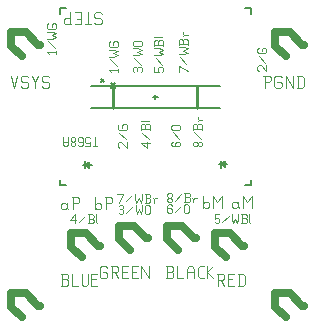
<source format=gbr>
G04 start of page 10 for group -4079 idx -4079 *
G04 Title: (unknown), topsilk *
G04 Creator: pcb 4.2.0 *
G04 CreationDate: Wed Sep 23 11:56:37 2020 UTC *
G04 For: commonadmin *
G04 Format: Gerber/RS-274X *
G04 PCB-Dimensions (mil): 1250.00 1500.00 *
G04 PCB-Coordinate-Origin: lower left *
%MOIN*%
%FSLAX25Y25*%
%LNTOPSILK*%
%ADD108C,0.0100*%
%ADD107C,0.0250*%
%ADD106C,0.0040*%
%ADD105C,0.0030*%
%ADD104C,0.0060*%
G54D104*X51204Y98043D02*X49629Y96469D01*
X51204D02*X49629Y98043D01*
G54D105*X79736Y77000D02*X80111Y77375D01*
X79136Y77000D02*X79736D01*
X79136D02*X78611Y77525D01*
Y77975D02*Y77525D01*
Y77975D02*X79136Y78500D01*
X79736D01*
X80111Y78125D02*X79736Y78500D01*
X80111Y78125D02*Y77375D01*
X78086Y77000D02*X78611Y77525D01*
X77486Y77000D02*X78086D01*
X77486D02*X77111Y77375D01*
Y78125D02*Y77375D01*
Y78125D02*X77486Y78500D01*
X78086D01*
X78611Y77975D02*X78086Y78500D01*
X79736Y79400D02*X77486Y81650D01*
X80111Y84050D02*Y82550D01*
Y84050D02*X79736Y84425D01*
X78836D02*X79736D01*
X78461Y84050D02*X78836Y84425D01*
X78461Y84050D02*Y82925D01*
X77111D02*X80111D01*
X77111Y84050D02*Y82550D01*
Y84050D02*X77486Y84425D01*
X78086D01*
X78461Y84050D02*X78086Y84425D01*
X78986Y85700D02*X80111D01*
X78986D02*X78611Y86075D01*
Y86825D02*Y86075D01*
Y85325D02*X78986Y85700D01*
X75230Y102218D02*X72230Y103718D01*
Y101843D01*
X74855Y104618D02*X72605Y106868D01*
X72230Y107768D02*X73730D01*
X75230Y108143D01*
X73730Y108893D01*
X75230Y109643D01*
X73730Y110018D01*
X72230D02*X73730D01*
X75230Y112418D02*Y110918D01*
Y112418D02*X74855Y112793D01*
X73955D02*X74855D01*
X73580Y112418D02*X73955Y112793D01*
X73580Y112418D02*Y111293D01*
X72230D02*X75230D01*
X72230Y112418D02*Y110918D01*
Y112418D02*X72605Y112793D01*
X73205D01*
X73580Y112418D02*X73205Y112793D01*
X74105Y114068D02*X75230D01*
X74105D02*X73730Y114443D01*
Y115193D02*Y114443D01*
Y113693D02*X74105Y114068D01*
X69848Y78125D02*X70223Y78500D01*
X69848Y78125D02*Y77375D01*
X70223Y77000D02*X69848Y77375D01*
X70223Y77000D02*X72473D01*
X72848Y77375D01*
X71198Y78125D02*X71573Y78500D01*
X71198Y78125D02*Y77000D01*
X72848Y78125D02*Y77375D01*
Y78125D02*X72473Y78500D01*
X71573D02*X72473D01*
Y79400D02*X70223Y81650D01*
Y82550D02*X72473D01*
X70223D02*X69848Y82925D01*
Y83675D02*Y82925D01*
Y83675D02*X70223Y84050D01*
X72473D01*
X72848Y83675D02*X72473Y84050D01*
X72848Y83675D02*Y82925D01*
X72473Y82550D02*X72848Y82925D01*
X64178Y103343D02*Y101843D01*
X65678D01*
X65303Y102218D01*
Y102968D02*Y102218D01*
Y102968D02*X65678Y103343D01*
X66803D01*
X67178Y102968D02*X66803Y103343D01*
X67178Y102968D02*Y102218D01*
X66803Y101843D02*X67178Y102218D01*
X66803Y104243D02*X64553Y106493D01*
X64178Y107393D02*X65678D01*
X67178Y107768D01*
X65678Y108518D01*
X67178Y109268D01*
X65678Y109643D01*
X64178D02*X65678D01*
X67178Y112043D02*Y110543D01*
Y112043D02*X66803Y112418D01*
X65903D02*X66803D01*
X65528Y112043D02*X65903Y112418D01*
X65528Y112043D02*Y110918D01*
X64178D02*X67178D01*
X64178Y112043D02*Y110543D01*
Y112043D02*X64553Y112418D01*
X65153D01*
X65528Y112043D02*X65153Y112418D01*
X64178Y113318D02*X66803D01*
X67178Y113693D01*
X61565Y76606D02*X59690Y78106D01*
X61565Y78481D02*Y76606D01*
X59690Y78106D02*X62690D01*
X62315Y79381D02*X60065Y81631D01*
X62690Y84031D02*Y82531D01*
Y84031D02*X62315Y84406D01*
X61415D02*X62315D01*
X61040Y84031D02*X61415Y84406D01*
X61040Y84031D02*Y82906D01*
X59690D02*X62690D01*
X59690Y84031D02*Y82531D01*
Y84031D02*X60065Y84406D01*
X60665D01*
X61040Y84031D02*X60665Y84406D01*
X59690Y85306D02*X62315D01*
X62690Y85681D01*
X57290Y101843D02*X56915Y102218D01*
Y102968D02*Y102218D01*
Y102968D02*X57290Y103343D01*
X59915Y102968D02*X59540Y103343D01*
X59915Y102968D02*Y102218D01*
X59540Y101843D02*X59915Y102218D01*
X58265Y102968D02*Y102218D01*
X57290Y103343D02*X57890D01*
X58640D02*X59540D01*
X58640D02*X58265Y102968D01*
X57890Y103343D02*X58265Y102968D01*
X59540Y104243D02*X57290Y106493D01*
X56915Y107393D02*X58415D01*
X59915Y107768D01*
X58415Y108518D01*
X59915Y109268D01*
X58415Y109643D01*
X56915D02*X58415D01*
X57290Y110543D02*X59540D01*
X57290D02*X56915Y110918D01*
Y111668D02*Y110918D01*
Y111668D02*X57290Y112043D01*
X59540D01*
X59915Y111668D02*X59540Y112043D01*
X59915Y111668D02*Y110918D01*
X59540Y110543D02*X59915Y110918D01*
X52408Y76606D02*X52033Y76981D01*
Y78106D02*Y76981D01*
Y78106D02*X52408Y78481D01*
X53158D01*
X55033Y76606D02*X53158Y78481D01*
X55033D02*Y76606D01*
X54658Y79381D02*X52408Y81631D01*
X52033Y84031D02*X52408Y84406D01*
X52033Y84031D02*Y82906D01*
X52408Y82531D02*X52033Y82906D01*
X52408Y82531D02*X54658D01*
X55033Y82906D01*
Y84031D02*Y82906D01*
Y84031D02*X54658Y84406D01*
X53908D02*X54658D01*
X53533Y84031D02*X53908Y84406D01*
X53533Y84031D02*Y83281D01*
X49562Y101783D02*X48962Y102383D01*
X51962D01*
Y102908D02*Y101783D01*
X51587Y103808D02*X49337Y106058D01*
X48962Y106958D02*X50462D01*
X51962Y107333D01*
X50462Y108083D01*
X51962Y108833D01*
X50462Y109208D01*
X48962D02*X50462D01*
X48962Y111608D02*X49337Y111983D01*
X48962Y111608D02*Y110483D01*
X49337Y110108D02*X48962Y110483D01*
X49337Y110108D02*X51587D01*
X51962Y110483D01*
Y111608D02*Y110483D01*
Y111608D02*X51587Y111983D01*
X50837D02*X51587D01*
X50462Y111608D02*X50837Y111983D01*
X50462Y111608D02*Y110858D01*
X43543Y77100D02*X45043D01*
X44293Y80100D02*Y77100D01*
X41143D02*X42643D01*
Y78600D02*Y77100D01*
Y78600D02*X42268Y78225D01*
X41518D02*X42268D01*
X41518D02*X41143Y78600D01*
Y79725D02*Y78600D01*
X41518Y80100D02*X41143Y79725D01*
X41518Y80100D02*X42268D01*
X42643Y79725D02*X42268Y80100D01*
X39118Y77100D02*X38743Y77475D01*
X39118Y77100D02*X39868D01*
X40243Y77475D02*X39868Y77100D01*
X40243Y79725D02*Y77475D01*
Y79725D02*X39868Y80100D01*
X39118Y78450D02*X38743Y78825D01*
X39118Y78450D02*X40243D01*
X39118Y80100D02*X39868D01*
X39118D02*X38743Y79725D01*
Y78825D01*
X37843Y79725D02*X37468Y80100D01*
X37843Y79725D02*Y79125D01*
X37318Y78600D01*
X36868D02*X37318D01*
X36868D02*X36343Y79125D01*
Y79725D02*Y79125D01*
X36718Y80100D02*X36343Y79725D01*
X36718Y80100D02*X37468D01*
X37843Y78075D02*X37318Y78600D01*
X37843Y78075D02*Y77475D01*
X37468Y77100D01*
X36718D02*X37468D01*
X36718D02*X36343Y77475D01*
Y78075D02*Y77475D01*
X36868Y78600D02*X36343Y78075D01*
X35443Y80100D02*Y77850D01*
X34918Y77100D01*
X34093D02*X34918D01*
X34093D02*X33568Y77850D01*
Y80100D02*Y77850D01*
Y78600D02*X35443D01*
X29062Y107783D02*X28462Y108383D01*
X31462D01*
Y108908D02*Y107783D01*
X31087Y109808D02*X28837Y112058D01*
X28462Y112958D02*X29962D01*
X31462Y113333D01*
X29962Y114083D01*
X31462Y114833D01*
X29962Y115208D01*
X28462D02*X29962D01*
X28462Y117608D02*X28837Y117983D01*
X28462Y117608D02*Y116483D01*
X28837Y116108D02*X28462Y116483D01*
X28837Y116108D02*X31087D01*
X31462Y116483D01*
Y117608D02*Y116483D01*
Y117608D02*X31087Y117983D01*
X30337D02*X31087D01*
X29962Y117608D02*X30337Y117983D01*
X29962Y117608D02*Y116858D01*
X98908Y102106D02*X98533Y102481D01*
Y103606D02*Y102481D01*
Y103606D02*X98908Y103981D01*
X99658D01*
X101533Y102106D02*X99658Y103981D01*
X101533D02*Y102106D01*
X101158Y104881D02*X98908Y107131D01*
X98533Y109531D02*X98908Y109906D01*
X98533Y109531D02*Y108406D01*
X98908Y108031D02*X98533Y108406D01*
X98908Y108031D02*X101158D01*
X101533Y108406D01*
Y109531D02*Y108406D01*
Y109531D02*X101158Y109906D01*
X100408D02*X101158D01*
X100033Y109531D02*X100408Y109906D01*
X100033Y109531D02*Y108781D01*
X36106Y52435D02*X37606Y54310D01*
X36106Y52435D02*X37981D01*
X37606Y54310D02*Y51310D01*
X38881Y51685D02*X41131Y53935D01*
X42031Y51310D02*X43531D01*
X43906Y51685D01*
Y52585D02*Y51685D01*
X43531Y52960D02*X43906Y52585D01*
X42406Y52960D02*X43531D01*
X42406Y54310D02*Y51310D01*
X42031Y54310D02*X43531D01*
X43906Y53935D01*
Y53335D01*
X43531Y52960D02*X43906Y53335D01*
X44806Y54310D02*Y51685D01*
X45181Y51310D01*
G54D106*X34500Y58000D02*X35000Y57500D01*
X33500Y58000D02*X34500D01*
X33000Y57500D02*X33500Y58000D01*
X33000Y57500D02*Y56500D01*
X33500Y56000D01*
X35000Y58000D02*Y56500D01*
X35500Y56000D01*
X33500D02*X34500D01*
X35000Y56500D01*
X37200Y60000D02*Y56000D01*
X36700Y60000D02*X38700D01*
X39200Y59500D01*
Y58500D01*
X38700Y58000D02*X39200Y58500D01*
X37200Y58000D02*X38700D01*
X44500Y60000D02*Y56000D01*
Y56500D02*X45000Y56000D01*
X46000D01*
X46500Y56500D01*
Y57500D02*Y56500D01*
X46000Y58000D02*X46500Y57500D01*
X45000Y58000D02*X46000D01*
X44500Y57500D02*X45000Y58000D01*
X48200Y60000D02*Y56000D01*
X47700Y60000D02*X49700D01*
X50200Y59500D01*
Y58500D01*
X49700Y58000D02*X50200Y58500D01*
X48200Y58000D02*X49700D01*
G54D105*X52343Y57210D02*X52718Y57585D01*
X53468D01*
X53843Y57210D01*
X53468Y54585D02*X53843Y54960D01*
X52718Y54585D02*X53468D01*
X52343Y54960D02*X52718Y54585D01*
Y56235D02*X53468D01*
X53843Y57210D02*Y56610D01*
Y55860D02*Y54960D01*
Y55860D02*X53468Y56235D01*
X53843Y56610D02*X53468Y56235D01*
X54743Y54960D02*X56993Y57210D01*
X57893Y57585D02*Y56085D01*
X58268Y54585D01*
X59018Y56085D01*
X59768Y54585D01*
X60143Y56085D01*
Y57585D02*Y56085D01*
X61043Y57210D02*Y54960D01*
Y57210D02*X61418Y57585D01*
X62168D01*
X62543Y57210D01*
Y54960D01*
X62168Y54585D02*X62543Y54960D01*
X61418Y54585D02*X62168D01*
X61043Y54960D02*X61418Y54585D01*
X84343Y54322D02*X85843D01*
X84343D02*Y52822D01*
X84718Y53197D01*
X85468D01*
X85843Y52822D01*
Y51697D01*
X85468Y51322D02*X85843Y51697D01*
X84718Y51322D02*X85468D01*
X84343Y51697D02*X84718Y51322D01*
X86743Y51697D02*X88993Y53947D01*
X89893Y54322D02*Y52822D01*
X90268Y51322D01*
X91018Y52822D01*
X91768Y51322D01*
X92143Y52822D01*
Y54322D02*Y52822D01*
X93043Y51322D02*X94543D01*
X94918Y51697D01*
Y52597D02*Y51697D01*
X94543Y52972D02*X94918Y52597D01*
X93418Y52972D02*X94543D01*
X93418Y54322D02*Y51322D01*
X93043Y54322D02*X94543D01*
X94918Y53947D01*
Y53347D01*
X94543Y52972D02*X94918Y53347D01*
X95818Y54322D02*Y51697D01*
X96193Y51322D01*
G54D106*X80500Y60500D02*Y56500D01*
Y57000D02*X81000Y56500D01*
X82000D01*
X82500Y57000D01*
Y58000D02*Y57000D01*
X82000Y58500D02*X82500Y58000D01*
X81000Y58500D02*X82000D01*
X80500Y58000D02*X81000Y58500D01*
X83700Y60500D02*Y56500D01*
Y60500D02*X85200Y58500D01*
X86700Y60500D01*
Y56500D01*
X91500Y58500D02*X92000Y58000D01*
X90500Y58500D02*X91500D01*
X90000Y58000D02*X90500Y58500D01*
X90000Y58000D02*Y57000D01*
X90500Y56500D01*
X92000Y58500D02*Y57000D01*
X92500Y56500D01*
X90500D02*X91500D01*
X92000Y57000D01*
X93700Y60500D02*Y56500D01*
Y60500D02*X95200Y58500D01*
X96700Y60500D01*
Y56500D01*
G54D105*X69625Y57652D02*X70000Y57277D01*
X68875Y57652D02*X69625D01*
X68500Y57277D02*X68875Y57652D01*
X68500Y57277D02*Y55027D01*
X68875Y54652D01*
X69625Y56302D02*X70000Y55927D01*
X68500Y56302D02*X69625D01*
X68875Y54652D02*X69625D01*
X70000Y55027D01*
Y55927D02*Y55027D01*
X70900D02*X73150Y57277D01*
X74050D02*Y55027D01*
Y57277D02*X74425Y57652D01*
X75175D01*
X75550Y57277D01*
Y55027D01*
X75175Y54652D02*X75550Y55027D01*
X74425Y54652D02*X75175D01*
X74050Y55027D02*X74425Y54652D01*
X68500Y58764D02*X68875Y58389D01*
X68500Y59364D02*Y58764D01*
Y59364D02*X69025Y59889D01*
X69475D01*
X70000Y59364D01*
Y58764D01*
X69625Y58389D02*X70000Y58764D01*
X68875Y58389D02*X69625D01*
X68500Y60414D02*X69025Y59889D01*
X68500Y61014D02*Y60414D01*
Y61014D02*X68875Y61389D01*
X69625D01*
X70000Y61014D01*
Y60414D01*
X69475Y59889D02*X70000Y60414D01*
X70900Y58764D02*X73150Y61014D01*
X74050Y58389D02*X75550D01*
X75925Y58764D01*
Y59664D02*Y58764D01*
X75550Y60039D02*X75925Y59664D01*
X74425Y60039D02*X75550D01*
X74425Y61389D02*Y58389D01*
X74050Y61389D02*X75550D01*
X75925Y61014D01*
Y60414D01*
X75550Y60039D02*X75925Y60414D01*
X77200Y59514D02*Y58389D01*
Y59514D02*X77575Y59889D01*
X78325D01*
X76825D02*X77200Y59514D01*
X52218Y58270D02*X53718Y61270D01*
X51843D02*X53718D01*
X54618Y58645D02*X56868Y60895D01*
X57768Y61270D02*Y59770D01*
X58143Y58270D01*
X58893Y59770D01*
X59643Y58270D01*
X60018Y59770D01*
Y61270D02*Y59770D01*
X60918Y58270D02*X62418D01*
X62793Y58645D01*
Y59545D02*Y58645D01*
X62418Y59920D02*X62793Y59545D01*
X61293Y59920D02*X62418D01*
X61293Y61270D02*Y58270D01*
X60918Y61270D02*X62418D01*
X62793Y60895D01*
Y60295D01*
X62418Y59920D02*X62793Y60295D01*
X64068Y59395D02*Y58270D01*
Y59395D02*X64443Y59770D01*
X65193D01*
X63693D02*X64068Y59395D01*
G54D107*X104457Y27480D02*Y23543D01*
X108000Y20000D01*
X104457Y28000D02*X109449D01*
X113906Y23937D02*X113512D01*
X109449Y28000D02*X113512Y23937D01*
X68457Y49980D02*Y46043D01*
X72000Y42500D01*
X68457Y50500D02*X73449D01*
X77906Y46437D02*X77512D01*
X73449Y50500D02*X77512Y46437D01*
X84457Y47480D02*Y43543D01*
X88000Y40000D01*
X84457Y48000D02*X89449D01*
X93906Y43937D02*X93512D01*
X89449Y48000D02*X93512Y43937D01*
X16457Y27480D02*Y23543D01*
X20000Y20000D01*
X16457Y28000D02*X21449D01*
X25906Y23937D02*X25512D01*
X21449Y28000D02*X25512Y23937D01*
X52457Y49980D02*Y46043D01*
X56000Y42500D01*
X52457Y50500D02*X57449D01*
X61906Y46437D02*X61512D01*
X57449Y50500D02*X61512Y46437D01*
X36457Y47480D02*Y43543D01*
X40000Y40000D01*
X36457Y48000D02*X41449D01*
X45906Y43937D02*X45512D01*
X41449Y48000D02*X45512Y43937D01*
G54D104*X87744Y71020D02*X88531D01*
X85579D02*X86366D01*
Y72201D02*Y69839D01*
X87744Y72004D02*Y70035D01*
X86760Y71020D02*X87744Y72004D01*
Y70035D02*X86760Y71020D01*
X42449Y69961D02*X41465Y70945D01*
X42449Y71929D01*
Y69961D01*
X41071Y72126D02*Y69764D01*
X40283Y70945D02*X41071D01*
X42449D02*X43236D01*
G54D108*X50539Y97043D02*Y89957D01*
X78492Y97043D02*Y89957D01*
G54D104*X43059Y97043D02*X86169D01*
X43059Y89957D02*X86169D01*
X63728Y93500D02*X65303D01*
X64516Y94287D02*Y92713D01*
X96406Y123028D02*Y121059D01*
X94437Y123028D02*X96406D01*
X32626D02*Y121059D01*
Y123028D02*X34594D01*
X96406Y65941D02*Y63972D01*
X94437D02*X96406D01*
X32626Y65941D02*Y63972D01*
X34594D01*
X47390Y98618D02*X46406Y99602D01*
X47390D02*X46406Y98618D01*
G54D107*X104457Y114480D02*Y110543D01*
X108000Y107000D01*
X104457Y115000D02*X109449D01*
X113906Y110937D02*X113512D01*
X109449Y115000D02*X113512Y110937D01*
X16457Y114480D02*Y110543D01*
X20000Y107000D01*
X16457Y115000D02*X21449D01*
X25906Y110937D02*X25512D01*
X21449Y115000D02*X25512Y110937D01*
G54D106*X68000Y33000D02*X70000D01*
X70500Y33500D01*
Y34700D02*Y33500D01*
X70000Y35200D02*X70500Y34700D01*
X68500Y35200D02*X70000D01*
X68500Y37000D02*Y33000D01*
X68000Y37000D02*X70000D01*
X70500Y36500D01*
Y35700D01*
X70000Y35200D02*X70500Y35700D01*
X71700Y37000D02*Y33000D01*
X73700D01*
X74900Y36000D02*Y33000D01*
Y36000D02*X75600Y37000D01*
X76700D01*
X77400Y36000D01*
Y33000D01*
X74900Y35000D02*X77400D01*
X79300Y33000D02*X80600D01*
X78600Y33700D02*X79300Y33000D01*
X78600Y36300D02*Y33700D01*
Y36300D02*X79300Y37000D01*
X80600D01*
X81800D02*Y33000D01*
Y35000D02*X83800Y37000D01*
X81800Y35000D02*X83800Y33000D01*
X85000Y34500D02*X87000D01*
X87500Y34000D01*
Y33000D01*
X87000Y32500D02*X87500Y33000D01*
X85500Y32500D02*X87000D01*
X85500Y34500D02*Y30500D01*
X86300Y32500D02*X87500Y30500D01*
X88700Y32700D02*X90200D01*
X88700Y30500D02*X90700D01*
X88700Y34500D02*Y30500D01*
Y34500D02*X90700D01*
X92400D02*Y30500D01*
X93700Y34500D02*X94400Y33800D01*
Y31200D01*
X93700Y30500D02*X94400Y31200D01*
X91900Y30500D02*X93700D01*
X91900Y34500D02*X93700D01*
X48000Y37000D02*X48500Y36500D01*
X46500Y37000D02*X48000D01*
X46000Y36500D02*X46500Y37000D01*
X46000Y36500D02*Y33500D01*
X46500Y33000D01*
X48000D01*
X48500Y33500D01*
Y34500D02*Y33500D01*
X48000Y35000D02*X48500Y34500D01*
X47000Y35000D02*X48000D01*
X49700Y37000D02*X51700D01*
X52200Y36500D01*
Y35500D01*
X51700Y35000D02*X52200Y35500D01*
X50200Y35000D02*X51700D01*
X50200Y37000D02*Y33000D01*
X51000Y35000D02*X52200Y33000D01*
X53400Y35200D02*X54900D01*
X53400Y33000D02*X55400D01*
X53400Y37000D02*Y33000D01*
Y37000D02*X55400D01*
X56600Y35200D02*X58100D01*
X56600Y33000D02*X58600D01*
X56600Y37000D02*Y33000D01*
Y37000D02*X58600D01*
X59800D02*Y33000D01*
Y37000D02*X62300Y33000D01*
Y37000D02*Y33000D01*
X33000Y30500D02*X35000D01*
X35500Y31000D01*
Y32200D02*Y31000D01*
X35000Y32700D02*X35500Y32200D01*
X33500Y32700D02*X35000D01*
X33500Y34500D02*Y30500D01*
X33000Y34500D02*X35000D01*
X35500Y34000D01*
Y33200D01*
X35000Y32700D02*X35500Y33200D01*
X36700Y34500D02*Y30500D01*
X38700D01*
X39900Y34500D02*Y31000D01*
X40400Y30500D01*
X41400D01*
X41900Y31000D01*
Y34500D02*Y31000D01*
X43100Y32700D02*X44600D01*
X43100Y30500D02*X45100D01*
X43100Y34500D02*Y30500D01*
Y34500D02*X45100D01*
X16500Y100500D02*X17500Y96500D01*
X18500Y100500D01*
X21700D02*X22200Y100000D01*
X20200Y100500D02*X21700D01*
X19700Y100000D02*X20200Y100500D01*
X19700Y100000D02*Y99000D01*
X20200Y98500D01*
X21700D01*
X22200Y98000D01*
Y97000D01*
X21700Y96500D02*X22200Y97000D01*
X20200Y96500D02*X21700D01*
X19700Y97000D02*X20200Y96500D01*
X23400Y100500D02*X24400Y98500D01*
X25400Y100500D01*
X24400Y98500D02*Y96500D01*
X28600Y100500D02*X29100Y100000D01*
X27100Y100500D02*X28600D01*
X26600Y100000D02*X27100Y100500D01*
X26600Y100000D02*Y99000D01*
X27100Y98500D01*
X28600D01*
X29100Y98000D01*
Y97000D01*
X28600Y96500D02*X29100Y97000D01*
X27100Y96500D02*X28600D01*
X26600Y97000D02*X27100Y96500D01*
X44636Y117761D02*X44136Y118261D01*
X44636Y117761D02*X46136D01*
X46636Y118261D02*X46136Y117761D01*
X46636Y119261D02*Y118261D01*
Y119261D02*X46136Y119761D01*
X44636D02*X46136D01*
X44636D02*X44136Y120261D01*
Y121261D02*Y120261D01*
X44636Y121761D02*X44136Y121261D01*
X44636Y121761D02*X46136D01*
X46636Y121261D02*X46136Y121761D01*
X40936Y117761D02*X42936D01*
X41936Y121761D02*Y117761D01*
X38236Y119561D02*X39736D01*
X37736Y121761D02*X39736D01*
Y117761D01*
X37736D02*X39736D01*
X36036Y121761D02*Y117761D01*
X34536D02*X36536D01*
X34536D02*X34036Y118261D01*
Y119261D02*Y118261D01*
X34536Y119761D02*X34036Y119261D01*
X34536Y119761D02*X36036D01*
X101000Y100500D02*Y96500D01*
X100500Y100500D02*X102500D01*
X103000Y100000D01*
Y99000D01*
X102500Y98500D02*X103000Y99000D01*
X101000Y98500D02*X102500D01*
X106200Y100500D02*X106700Y100000D01*
X104700Y100500D02*X106200D01*
X104200Y100000D02*X104700Y100500D01*
X104200Y100000D02*Y97000D01*
X104700Y96500D01*
X106200D01*
X106700Y97000D01*
Y98000D02*Y97000D01*
X106200Y98500D02*X106700Y98000D01*
X105200Y98500D02*X106200D01*
X107900Y100500D02*Y96500D01*
Y100500D02*X110400Y96500D01*
Y100500D02*Y96500D01*
X112100Y100500D02*Y96500D01*
X113400Y100500D02*X114100Y99800D01*
Y97200D01*
X113400Y96500D02*X114100Y97200D01*
X111600Y96500D02*X113400D01*
X111600Y100500D02*X113400D01*
M02*

</source>
